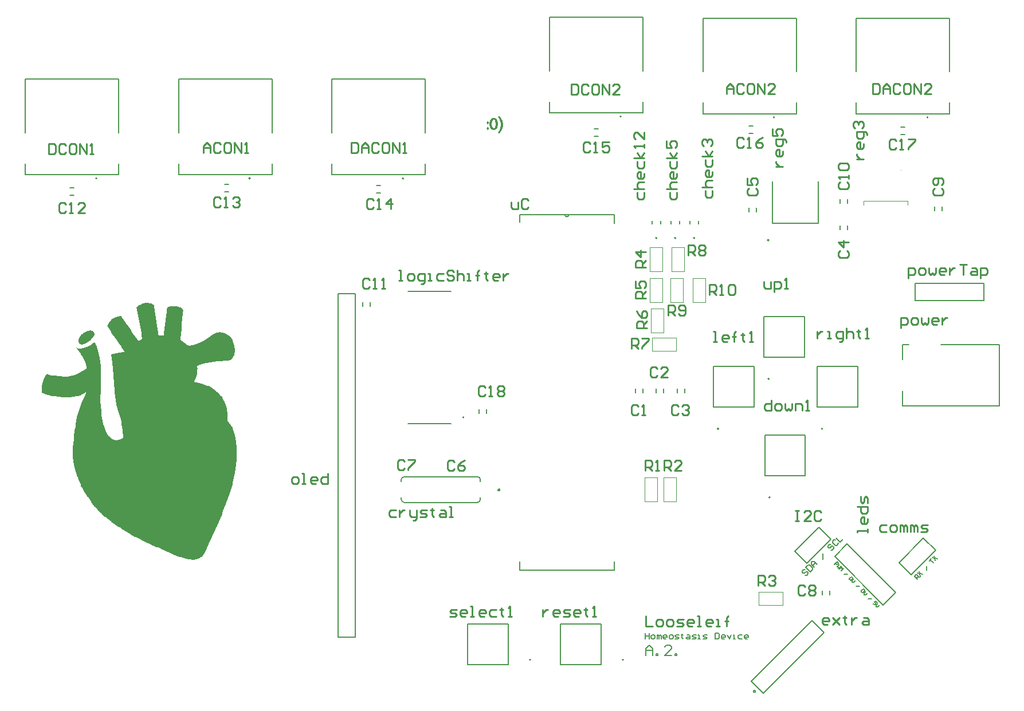
<source format=gto>
G04*
G04 #@! TF.GenerationSoftware,Altium Limited,Altium Designer,22.1.2 (22)*
G04*
G04 Layer_Color=65535*
%FSLAX25Y25*%
%MOIN*%
G70*
G04*
G04 #@! TF.SameCoordinates,DBBF1DAF-B7B8-4F0F-8103-75AA92EAAB8F*
G04*
G04*
G04 #@! TF.FilePolarity,Positive*
G04*
G01*
G75*
%ADD10C,0.00787*%
%ADD11C,0.01575*%
%ADD12C,0.00500*%
%ADD13C,0.00394*%
%ADD14C,0.00600*%
%ADD15C,0.00400*%
%ADD16C,0.00591*%
%ADD17C,0.01000*%
G36*
X104847Y232468D02*
X106424D01*
Y232152D01*
X107055D01*
Y231837D01*
X107685D01*
Y231522D01*
X108001D01*
Y229313D01*
X108316D01*
Y227105D01*
X108632D01*
Y224898D01*
X108947D01*
Y222690D01*
X109263D01*
Y220481D01*
X109578D01*
Y218273D01*
X109894D01*
Y216381D01*
X110209D01*
Y214173D01*
X110524D01*
Y213857D01*
X113679D01*
Y216381D01*
X113994D01*
Y218904D01*
X114310D01*
Y221428D01*
X114625D01*
Y223951D01*
X114940D01*
Y226475D01*
X115256D01*
Y229313D01*
X115571D01*
Y229944D01*
X115887D01*
Y230260D01*
X116833D01*
Y230575D01*
X121564D01*
Y230260D01*
X122511D01*
Y229944D01*
X123457D01*
Y229629D01*
X123773D01*
Y229313D01*
X124403D01*
Y228998D01*
X124719D01*
Y228367D01*
X125034D01*
Y227736D01*
X124719D01*
Y224898D01*
X124403D01*
Y222059D01*
X124088D01*
Y218904D01*
X123773D01*
Y216065D01*
X123457D01*
Y213227D01*
X123142D01*
Y211019D01*
X123457D01*
Y210703D01*
X124088D01*
Y210388D01*
X124719D01*
Y210072D01*
X125034D01*
Y209757D01*
X125350D01*
Y209441D01*
X125980D01*
Y209126D01*
X126296D01*
Y208811D01*
X126611D01*
Y208495D01*
X126927D01*
Y208180D01*
X127558D01*
Y207864D01*
X127873D01*
Y207549D01*
X129135D01*
Y207864D01*
X130081D01*
Y208180D01*
X131027D01*
Y208495D01*
X131974D01*
Y208811D01*
X132920D01*
Y209126D01*
X133551D01*
Y209441D01*
X134497D01*
Y209757D01*
X135128D01*
Y210072D01*
X136074D01*
Y210388D01*
X136705D01*
Y210703D01*
X137336D01*
Y211019D01*
X137651D01*
Y211334D01*
X138282D01*
Y211649D01*
X138598D01*
Y211965D01*
X139228D01*
Y212280D01*
X139544D01*
Y212596D01*
X140175D01*
Y212911D01*
X140490D01*
Y213227D01*
X140806D01*
Y213542D01*
X141437D01*
Y213857D01*
X141752D01*
Y214173D01*
X142067D01*
Y214488D01*
X142698D01*
Y214804D01*
X143329D01*
Y215119D01*
X143960D01*
Y215435D01*
X145537D01*
Y215750D01*
X146483D01*
Y215435D01*
X148376D01*
Y215119D01*
X149322D01*
Y214804D01*
X149953D01*
Y214488D01*
X150269D01*
Y214173D01*
X150899D01*
Y213857D01*
X151215D01*
Y213542D01*
X151530D01*
Y213227D01*
X151846D01*
Y212911D01*
X152161D01*
Y212596D01*
X152477D01*
Y212280D01*
X152792D01*
Y211649D01*
X153107D01*
Y211334D01*
X153423D01*
Y210703D01*
X153738D01*
Y210072D01*
X154054D01*
Y209126D01*
X154369D01*
Y207864D01*
X154685D01*
Y206287D01*
X155000D01*
Y203764D01*
X154685D01*
Y202186D01*
X154369D01*
Y201556D01*
X154054D01*
Y200925D01*
X153738D01*
Y200609D01*
X153423D01*
Y200294D01*
X153107D01*
Y199978D01*
X152792D01*
Y199663D01*
X152477D01*
Y199348D01*
X151530D01*
Y199032D01*
X148061D01*
Y198717D01*
X143644D01*
Y198401D01*
X141437D01*
Y198086D01*
X139544D01*
Y197771D01*
X137651D01*
Y197455D01*
X136390D01*
Y197140D01*
X135128D01*
Y196824D01*
X134182D01*
Y196509D01*
X133551D01*
Y196193D01*
X132920D01*
Y194616D01*
X133235D01*
Y193985D01*
X132920D01*
Y190831D01*
X132605D01*
Y189569D01*
X132289D01*
Y188623D01*
X131974D01*
Y187992D01*
X131658D01*
Y187361D01*
X131343D01*
Y186731D01*
X131658D01*
Y186415D01*
X133235D01*
Y186100D01*
X134497D01*
Y185784D01*
X135759D01*
Y185469D01*
X136705D01*
Y185153D01*
X137651D01*
Y184838D01*
X138282D01*
Y184522D01*
X139228D01*
Y184207D01*
X139859D01*
Y183892D01*
X140490D01*
Y183576D01*
X140806D01*
Y183261D01*
X141437D01*
Y182945D01*
X142067D01*
Y182630D01*
X142383D01*
Y182315D01*
X143014D01*
Y181999D01*
X143329D01*
Y181684D01*
X143644D01*
Y181368D01*
X143960D01*
Y181053D01*
X144275D01*
Y180737D01*
X144906D01*
Y180422D01*
X145222D01*
Y180106D01*
X145537D01*
Y179791D01*
X145852D01*
Y179160D01*
X146168D01*
Y178845D01*
X146483D01*
Y178529D01*
X146799D01*
Y178214D01*
X147114D01*
Y177898D01*
X147430D01*
Y177268D01*
X147745D01*
Y176952D01*
X148061D01*
Y176321D01*
X148376D01*
Y175690D01*
X148691D01*
Y175375D01*
X149007D01*
Y174429D01*
X149322D01*
Y173798D01*
X149638D01*
Y172852D01*
X149953D01*
Y171590D01*
X150269D01*
Y169382D01*
X150584D01*
Y163704D01*
X150899D01*
Y163389D01*
X151215D01*
Y163073D01*
X151530D01*
Y162442D01*
X151846D01*
Y162127D01*
X152161D01*
Y161811D01*
X152477D01*
Y161181D01*
X152792D01*
Y160550D01*
X153107D01*
Y160234D01*
X153423D01*
Y159604D01*
X153738D01*
Y158973D01*
X154054D01*
Y158026D01*
X154369D01*
Y157080D01*
X154685D01*
Y156134D01*
X155000D01*
Y154557D01*
X155315D01*
Y152664D01*
X155631D01*
Y150141D01*
X155946D01*
Y140047D01*
X155631D01*
Y137208D01*
X155315D01*
Y135000D01*
X155000D01*
Y133107D01*
X154685D01*
Y131530D01*
X154369D01*
Y129953D01*
X154054D01*
Y128691D01*
X153738D01*
Y127430D01*
X153423D01*
Y126483D01*
X153107D01*
Y125222D01*
X152792D01*
Y124275D01*
X152477D01*
Y123329D01*
X152161D01*
Y122383D01*
X151846D01*
Y121437D01*
X151530D01*
Y120490D01*
X151215D01*
Y119544D01*
X150899D01*
Y118598D01*
X150584D01*
Y117651D01*
X150269D01*
Y117020D01*
X149953D01*
Y116074D01*
X149638D01*
Y115128D01*
X149322D01*
Y114497D01*
X149007D01*
Y113551D01*
X148691D01*
Y112604D01*
X148376D01*
Y111974D01*
X148061D01*
Y111027D01*
X147745D01*
Y110081D01*
X147430D01*
Y109450D01*
X147114D01*
Y108504D01*
X146799D01*
Y107873D01*
X146483D01*
Y106927D01*
X146168D01*
Y106296D01*
X145852D01*
Y105665D01*
X145537D01*
Y104719D01*
X145222D01*
Y104088D01*
X144906D01*
Y103457D01*
X144591D01*
Y102511D01*
X144275D01*
Y101880D01*
X143960D01*
Y101249D01*
X143644D01*
Y100303D01*
X143329D01*
Y99672D01*
X143014D01*
Y99041D01*
X142698D01*
Y98410D01*
X142383D01*
Y97779D01*
X142067D01*
Y97148D01*
X141752D01*
Y96518D01*
X141437D01*
Y95887D01*
X141121D01*
Y95256D01*
X140806D01*
Y94625D01*
X140490D01*
Y93994D01*
X140175D01*
Y93363D01*
X139859D01*
Y92732D01*
X139544D01*
Y91786D01*
X139228D01*
Y91155D01*
X138913D01*
Y90209D01*
X138598D01*
Y89263D01*
X138282D01*
Y88632D01*
X137967D01*
Y88001D01*
X137651D01*
Y87370D01*
X137336D01*
Y86739D01*
X137021D01*
Y86424D01*
X136705D01*
Y85793D01*
X136390D01*
Y85478D01*
X136074D01*
Y85162D01*
X135759D01*
Y84847D01*
X135443D01*
Y84531D01*
X134812D01*
Y84216D01*
X134497D01*
Y83900D01*
X133866D01*
Y83585D01*
X132920D01*
Y83270D01*
X131658D01*
Y82954D01*
X129450D01*
Y83270D01*
X127242D01*
Y83585D01*
X125980D01*
Y83900D01*
X125034D01*
Y84216D01*
X124088D01*
Y84531D01*
X123142D01*
Y84847D01*
X122195D01*
Y85162D01*
X121249D01*
Y85478D01*
X120618D01*
Y85793D01*
X119672D01*
Y86108D01*
X119041D01*
Y86424D01*
X118095D01*
Y86739D01*
X117464D01*
Y87055D01*
X116833D01*
Y87370D01*
X116202D01*
Y87686D01*
X115256D01*
Y88001D01*
X114625D01*
Y88316D01*
X113994D01*
Y88632D01*
X113363D01*
Y88947D01*
X112417D01*
Y89263D01*
X111786D01*
Y89578D01*
X111155D01*
Y89894D01*
X110524D01*
Y90209D01*
X109578D01*
Y90524D01*
X108947D01*
Y90840D01*
X108316D01*
Y91155D01*
X107685D01*
Y91471D01*
X106739D01*
Y91786D01*
X106108D01*
Y92102D01*
X105477D01*
Y92417D01*
X104847D01*
Y92732D01*
X103900D01*
Y93048D01*
X103270D01*
Y93363D01*
X102639D01*
Y93679D01*
X102008D01*
Y93994D01*
X101377D01*
Y94310D01*
X100746D01*
Y94625D01*
X100115D01*
Y94940D01*
X99484D01*
Y95256D01*
X98853D01*
Y95571D01*
X98223D01*
Y95887D01*
X97592D01*
Y96202D01*
X96961D01*
Y96518D01*
X96330D01*
Y96833D01*
X96015D01*
Y97148D01*
X95384D01*
Y97464D01*
X94753D01*
Y97779D01*
X94122D01*
Y98095D01*
X93807D01*
Y98410D01*
X93176D01*
Y98726D01*
X92545D01*
Y99041D01*
X92229D01*
Y99356D01*
X91599D01*
Y99672D01*
X90968D01*
Y99987D01*
X90652D01*
Y100303D01*
X90022D01*
Y100618D01*
X89391D01*
Y100934D01*
X89075D01*
Y101249D01*
X88444D01*
Y101565D01*
X88129D01*
Y101880D01*
X87498D01*
Y102195D01*
X87183D01*
Y102511D01*
X86552D01*
Y102826D01*
X86236D01*
Y103142D01*
X85606D01*
Y103457D01*
X85290D01*
Y103772D01*
X84975D01*
Y104088D01*
X84344D01*
Y104403D01*
X84028D01*
Y104719D01*
X83398D01*
Y105034D01*
X83082D01*
Y105350D01*
X82767D01*
Y105665D01*
X82136D01*
Y105981D01*
X81820D01*
Y106296D01*
X81505D01*
Y106611D01*
X80874D01*
Y106927D01*
X80559D01*
Y107242D01*
X80243D01*
Y107558D01*
X79928D01*
Y107873D01*
X79612D01*
Y108188D01*
X78981D01*
Y108504D01*
X78666D01*
Y108819D01*
X78351D01*
Y109135D01*
X78035D01*
Y109450D01*
X77720D01*
Y109766D01*
X77404D01*
Y110081D01*
X77089D01*
Y110397D01*
X76458D01*
Y110712D01*
X76143D01*
Y111027D01*
X75827D01*
Y111343D01*
X75512D01*
Y111658D01*
X75196D01*
Y111974D01*
X74881D01*
Y112604D01*
X74565D01*
Y112920D01*
X74250D01*
Y113235D01*
X73935D01*
Y113551D01*
X73619D01*
Y113866D01*
X73304D01*
Y114182D01*
X72988D01*
Y114813D01*
X72673D01*
Y115128D01*
X72357D01*
Y115443D01*
X72042D01*
Y116074D01*
X71727D01*
Y116390D01*
X71411D01*
Y116705D01*
X71096D01*
Y117336D01*
X70780D01*
Y117651D01*
X70465D01*
Y118282D01*
X70149D01*
Y118598D01*
X69834D01*
Y119228D01*
X69519D01*
Y119544D01*
X69203D01*
Y119859D01*
X68888D01*
Y120490D01*
X68572D01*
Y121121D01*
X68257D01*
Y121437D01*
X67941D01*
Y122067D01*
X67626D01*
Y122383D01*
X67311D01*
Y123014D01*
X66995D01*
Y123644D01*
X66680D01*
Y124275D01*
X66364D01*
Y124906D01*
X66049D01*
Y125222D01*
X65733D01*
Y125853D01*
X65418D01*
Y126483D01*
X65102D01*
Y127430D01*
X64787D01*
Y128060D01*
X64472D01*
Y128691D01*
X64156D01*
Y129322D01*
X63841D01*
Y130269D01*
X63525D01*
Y131215D01*
X63210D01*
Y131846D01*
X62894D01*
Y133107D01*
X62579D01*
Y134054D01*
X62264D01*
Y135000D01*
X61948D01*
Y136262D01*
X61633D01*
Y137839D01*
X61317D01*
Y139416D01*
X61002D01*
Y141624D01*
X60686D01*
Y149825D01*
X61002D01*
Y152033D01*
X61317D01*
Y156765D01*
X61633D01*
Y158973D01*
X61948D01*
Y159919D01*
X62264D01*
Y163073D01*
X62579D01*
Y164966D01*
X62894D01*
Y166543D01*
X63210D01*
Y167805D01*
X63525D01*
Y168751D01*
X63841D01*
Y169697D01*
X64156D01*
Y170644D01*
X64472D01*
Y171590D01*
X64787D01*
Y172536D01*
X65102D01*
Y173167D01*
X65418D01*
Y173798D01*
X65733D01*
Y174744D01*
X66049D01*
Y175375D01*
X66364D01*
Y176006D01*
X66680D01*
Y176637D01*
X66995D01*
Y177268D01*
X67311D01*
Y177898D01*
X67626D01*
Y178845D01*
X67941D01*
Y179791D01*
X68257D01*
Y180737D01*
X67941D01*
Y180422D01*
X67626D01*
Y180106D01*
X66995D01*
Y179791D01*
X66364D01*
Y179476D01*
X65733D01*
Y179160D01*
X65102D01*
Y178845D01*
X64156D01*
Y178529D01*
X63210D01*
Y178214D01*
X61948D01*
Y177898D01*
X60056D01*
Y177583D01*
X53747D01*
Y177898D01*
X51224D01*
Y178214D01*
X49331D01*
Y178529D01*
X48069D01*
Y178845D01*
X46808D01*
Y179160D01*
X45546D01*
Y179476D01*
X44600D01*
Y179791D01*
X43969D01*
Y180106D01*
X43023D01*
Y180422D01*
X42707D01*
Y185153D01*
X43023D01*
Y186415D01*
X43338D01*
Y187361D01*
X43653D01*
Y188308D01*
X43969D01*
Y188938D01*
X44284D01*
Y189569D01*
X44600D01*
Y190200D01*
X44915D01*
Y190831D01*
X45230D01*
Y191147D01*
X45546D01*
Y191462D01*
X45861D01*
Y191147D01*
X46492D01*
Y190831D01*
X47754D01*
Y190516D01*
X49331D01*
Y190200D01*
X51224D01*
Y189885D01*
X54378D01*
Y189569D01*
X58163D01*
Y189885D01*
X59425D01*
Y190200D01*
X60371D01*
Y190516D01*
X61317D01*
Y190831D01*
X62264D01*
Y191147D01*
X62894D01*
Y191462D01*
X63525D01*
Y191777D01*
X64156D01*
Y192093D01*
X64787D01*
Y192408D01*
X65418D01*
Y192724D01*
X66049D01*
Y193039D01*
X66680D01*
Y193354D01*
X67311D01*
Y193670D01*
X67626D01*
Y193985D01*
X68257D01*
Y194301D01*
X68572D01*
Y196193D01*
X68257D01*
Y197455D01*
X67941D01*
Y198401D01*
X67626D01*
Y199032D01*
X67311D01*
Y199663D01*
X66995D01*
Y200294D01*
X66680D01*
Y200925D01*
X66364D01*
Y201556D01*
X66049D01*
Y201871D01*
X65733D01*
Y202502D01*
X65418D01*
Y202817D01*
X65102D01*
Y203448D01*
X64787D01*
Y203764D01*
X64472D01*
Y204079D01*
X64156D01*
Y204710D01*
X63841D01*
Y205025D01*
X63525D01*
Y205341D01*
X63210D01*
Y205972D01*
X62894D01*
Y206287D01*
X62579D01*
Y206603D01*
X62894D01*
Y206287D01*
X63525D01*
Y205972D01*
X66049D01*
Y206287D01*
X67311D01*
Y206603D01*
X68257D01*
Y206918D01*
X69203D01*
Y207233D01*
X69834D01*
Y207549D01*
X70465D01*
Y207864D01*
X70780D01*
Y208180D01*
X71411D01*
Y208495D01*
X71727D01*
Y208811D01*
X72042D01*
Y209126D01*
X72357D01*
Y209441D01*
X72988D01*
Y209757D01*
X73304D01*
Y209441D01*
X73619D01*
Y209126D01*
X73935D01*
Y208180D01*
X74250D01*
Y207549D01*
X74565D01*
Y206287D01*
X74881D01*
Y205341D01*
X75196D01*
Y204079D01*
X75512D01*
Y202817D01*
X75827D01*
Y201240D01*
X76143D01*
Y199348D01*
X76458D01*
Y197140D01*
X76773D01*
Y179476D01*
X76458D01*
Y174113D01*
X76773D01*
Y170959D01*
X77089D01*
Y168120D01*
X77404D01*
Y166227D01*
X77720D01*
Y164650D01*
X78035D01*
Y163073D01*
X78351D01*
Y161811D01*
X78666D01*
Y160865D01*
X78981D01*
Y159919D01*
X79297D01*
Y158973D01*
X79612D01*
Y158026D01*
X79928D01*
Y157396D01*
X80243D01*
Y156765D01*
X80559D01*
Y156134D01*
X80874D01*
Y155818D01*
X81190D01*
Y155187D01*
X81505D01*
Y154872D01*
X81820D01*
Y154557D01*
X82136D01*
Y154241D01*
X82451D01*
Y153926D01*
X82767D01*
Y153610D01*
X83398D01*
Y153295D01*
X84028D01*
Y152980D01*
X84975D01*
Y152664D01*
X86867D01*
Y152980D01*
X88129D01*
Y153295D01*
X88760D01*
Y153610D01*
X89706D01*
Y153926D01*
X90022D01*
Y156449D01*
X89706D01*
Y159288D01*
X89391D01*
Y161181D01*
X89075D01*
Y162758D01*
X88760D01*
Y164020D01*
X88444D01*
Y165281D01*
X88129D01*
Y166227D01*
X87814D01*
Y167489D01*
X87498D01*
Y168436D01*
X87183D01*
Y169382D01*
X86867D01*
Y170328D01*
X86552D01*
Y171590D01*
X86236D01*
Y172852D01*
X85921D01*
Y174744D01*
X85606D01*
Y176952D01*
X85290D01*
Y179476D01*
X84975D01*
Y183576D01*
X84659D01*
Y187992D01*
X84344D01*
Y192408D01*
X84028D01*
Y196193D01*
X83713D01*
Y199032D01*
X83398D01*
Y201240D01*
X83082D01*
Y202817D01*
X83713D01*
Y203133D01*
X85290D01*
Y203448D01*
X86867D01*
Y203764D01*
X89075D01*
Y204079D01*
X90652D01*
Y204710D01*
X90337D01*
Y205025D01*
X90022D01*
Y205656D01*
X89706D01*
Y205972D01*
X89391D01*
Y206287D01*
X89075D01*
Y206918D01*
X88760D01*
Y207233D01*
X88444D01*
Y207864D01*
X88129D01*
Y208180D01*
X87814D01*
Y208811D01*
X87498D01*
Y209126D01*
X87183D01*
Y209757D01*
X86867D01*
Y210072D01*
X86552D01*
Y210703D01*
X86236D01*
Y211019D01*
X85921D01*
Y211649D01*
X85606D01*
Y211965D01*
X85290D01*
Y212280D01*
X84975D01*
Y212911D01*
X84659D01*
Y213227D01*
X84344D01*
Y213857D01*
X84028D01*
Y214173D01*
X83713D01*
Y214804D01*
X83398D01*
Y215119D01*
X83082D01*
Y215750D01*
X82767D01*
Y216065D01*
X82451D01*
Y216696D01*
X82136D01*
Y217012D01*
X81820D01*
Y217643D01*
X81505D01*
Y217958D01*
X81190D01*
Y218589D01*
X80874D01*
Y218904D01*
X80559D01*
Y219220D01*
X80874D01*
Y220166D01*
X81190D01*
Y220797D01*
X81505D01*
Y221428D01*
X81820D01*
Y221743D01*
X82136D01*
Y222059D01*
X82451D01*
Y222374D01*
X82767D01*
Y222690D01*
X83082D01*
Y223005D01*
X83398D01*
Y223320D01*
X84028D01*
Y223636D01*
X84659D01*
Y223951D01*
X85290D01*
Y224267D01*
X86236D01*
Y224582D01*
X87498D01*
Y224898D01*
X88760D01*
Y224582D01*
X89075D01*
Y224267D01*
X89391D01*
Y223636D01*
X89706D01*
Y223320D01*
X90022D01*
Y223005D01*
X90337D01*
Y222374D01*
X90652D01*
Y222059D01*
X90968D01*
Y221428D01*
X91283D01*
Y221112D01*
X91599D01*
Y220481D01*
X91914D01*
Y220166D01*
X92229D01*
Y219535D01*
X92545D01*
Y219220D01*
X92860D01*
Y218589D01*
X93176D01*
Y218273D01*
X93491D01*
Y217958D01*
X93807D01*
Y217327D01*
X94122D01*
Y217012D01*
X94437D01*
Y216381D01*
X94753D01*
Y216065D01*
X95068D01*
Y215435D01*
X95384D01*
Y215119D01*
X95699D01*
Y214488D01*
X96015D01*
Y214173D01*
X96330D01*
Y213542D01*
X96645D01*
Y213227D01*
X96961D01*
Y212596D01*
X97276D01*
Y212280D01*
X97592D01*
Y211965D01*
X97907D01*
Y211334D01*
X98223D01*
Y211019D01*
X98538D01*
Y210703D01*
X99484D01*
Y211019D01*
X100115D01*
Y211334D01*
X100746D01*
Y211649D01*
X101061D01*
Y212596D01*
X100746D01*
Y214173D01*
X100431D01*
Y216065D01*
X100115D01*
Y217643D01*
X99800D01*
Y219220D01*
X99484D01*
Y221112D01*
X99169D01*
Y222690D01*
X98853D01*
Y224267D01*
X98538D01*
Y226159D01*
X98223D01*
Y227736D01*
X97907D01*
Y229313D01*
X97592D01*
Y229944D01*
X97907D01*
Y230260D01*
X98223D01*
Y230575D01*
X98538D01*
Y230891D01*
X98853D01*
Y231206D01*
X99484D01*
Y231522D01*
X99800D01*
Y231837D01*
X100431D01*
Y232152D01*
X101061D01*
Y232468D01*
X102323D01*
Y232783D01*
X104847D01*
Y232468D01*
D02*
G37*
G36*
X71411Y216381D02*
X72357D01*
Y216065D01*
X72673D01*
Y215750D01*
X72988D01*
Y215119D01*
X73304D01*
Y213857D01*
X72988D01*
Y213227D01*
X72673D01*
Y212596D01*
X72357D01*
Y212280D01*
X72042D01*
Y211965D01*
X71727D01*
Y211649D01*
X71411D01*
Y211334D01*
X71096D01*
Y211019D01*
X70780D01*
Y210703D01*
X70149D01*
Y210388D01*
X69834D01*
Y210072D01*
X69203D01*
Y209757D01*
X68888D01*
Y209441D01*
X68257D01*
Y209126D01*
X67626D01*
Y208811D01*
X66680D01*
Y208495D01*
X65102D01*
Y208811D01*
X64472D01*
Y209126D01*
X64156D01*
Y209757D01*
X63841D01*
Y211649D01*
X64156D01*
Y212280D01*
X64472D01*
Y212911D01*
X64787D01*
Y213227D01*
X65102D01*
Y213857D01*
X65418D01*
Y214173D01*
X65733D01*
Y214488D01*
X66364D01*
Y214804D01*
X66680D01*
Y215119D01*
X66995D01*
Y215435D01*
X67626D01*
Y215750D01*
X68257D01*
Y216065D01*
X68888D01*
Y216381D01*
X70149D01*
Y216696D01*
X71411D01*
Y216381D01*
D02*
G37*
D10*
X400394Y270445D02*
G03*
X400394Y270445I-394J0D01*
G01*
X422394D02*
G03*
X422394Y270445I-394J0D01*
G01*
X411394D02*
G03*
X411394Y270445I-394J0D01*
G01*
X163830Y305177D02*
G03*
X163830Y305177I-394J0D01*
G01*
X253092D02*
G03*
X253092Y305177I-394J0D01*
G01*
X465612Y269244D02*
G03*
X465612Y269244I-557J0D01*
G01*
X74567Y305177D02*
G03*
X74567Y305177I-394J0D01*
G01*
X558092Y340677D02*
G03*
X558092Y340677I-394J0D01*
G01*
X468830D02*
G03*
X468830Y340677I-394J0D01*
G01*
X379567Y341177D02*
G03*
X379567Y341177I-394J0D01*
G01*
X465739Y188394D02*
G03*
X465739Y188394I-394J0D01*
G01*
X436339Y159394D02*
G03*
X436339Y159394I-394J0D01*
G01*
X496839D02*
G03*
X496839Y159394I-394J0D01*
G01*
X288216Y166000D02*
G03*
X288216Y166000I-394J0D01*
G01*
X466239Y119394D02*
G03*
X466239Y119394I-394J0D01*
G01*
X381000Y24945D02*
G03*
X381000Y24945I-394J0D01*
G01*
X327000D02*
G03*
X327000Y24945I-394J0D01*
G01*
X503787Y85142D02*
X510858Y92213D01*
X539142Y63929D01*
X503787Y85142D02*
X532071Y56858D01*
X539142Y63929D01*
X490642Y47713D02*
X497713Y40642D01*
X462358Y5287D02*
X497713Y40642D01*
X455287Y12358D02*
X490642Y47713D01*
X455287Y12358D02*
X462358Y5287D01*
X494601Y102142D02*
X501672Y95071D01*
X487530Y80929D02*
X501672Y95071D01*
X480459Y88000D02*
X487530Y80929D01*
X480459Y88000D02*
X494601Y102142D01*
X215000Y38000D02*
X225000D01*
X215000D02*
Y238000D01*
X225000D01*
Y230500D02*
Y238000D01*
Y38000D02*
Y230500D01*
X122097Y331831D02*
Y362972D01*
Y307224D02*
Y313760D01*
X176428Y331831D02*
Y362972D01*
Y307224D02*
Y313760D01*
X122097Y362972D02*
X176428D01*
X122097Y307224D02*
X176428D01*
X211360Y331831D02*
Y362972D01*
Y307224D02*
Y313760D01*
X265691Y331831D02*
Y362972D01*
Y307224D02*
Y313760D01*
X211360Y362972D02*
X265691D01*
X211360Y307224D02*
X265691D01*
X590500Y234000D02*
Y244000D01*
X550500Y234000D02*
X590500D01*
X550500Y244000D02*
X590500D01*
X550500Y234000D02*
Y244000D01*
X555399Y95642D02*
X562470Y88571D01*
X548328Y74429D02*
X562470Y88571D01*
X541257Y81500D02*
X548328Y74429D01*
X541257Y81500D02*
X555399Y95642D01*
X32835Y307224D02*
X87165D01*
X32835Y362972D02*
X87165D01*
Y307224D02*
Y313760D01*
Y331831D02*
Y362972D01*
X32835Y307224D02*
Y313760D01*
Y331831D02*
Y362972D01*
X516360Y342724D02*
X570691D01*
X516360Y398472D02*
X570691D01*
Y342724D02*
Y349260D01*
Y367331D02*
Y398472D01*
X516360Y342724D02*
Y349260D01*
Y367331D02*
Y398472D01*
X427097Y342724D02*
X481428D01*
X427097Y398472D02*
X481428D01*
Y342724D02*
Y349260D01*
Y367331D02*
Y398472D01*
X427097Y342724D02*
Y349260D01*
Y367331D02*
Y398472D01*
X337835Y343224D02*
X392165D01*
X337835Y398972D02*
X392165D01*
Y343224D02*
Y349760D01*
Y367831D02*
Y398972D01*
X337835Y343224D02*
Y349760D01*
Y367831D02*
Y398972D01*
D11*
X308559Y123803D02*
G03*
X308559Y123803I-197J0D01*
G01*
D12*
X295961Y116520D02*
G03*
X297732Y118291I0J1772D01*
G01*
X253441Y131480D02*
G03*
X251669Y129709I0J-1772D01*
G01*
Y118291D02*
G03*
X253441Y116520I1772J0D01*
G01*
X297732Y129709D02*
G03*
X295961Y131480I-1772J0D01*
G01*
X397539Y278594D02*
Y280406D01*
X402461Y278594D02*
Y280406D01*
X419539Y278594D02*
Y280406D01*
X424461Y278594D02*
Y280406D01*
X408539Y278594D02*
Y280406D01*
X413461Y278594D02*
Y280406D01*
X253441Y116520D02*
X295961D01*
X251669Y118291D02*
Y119276D01*
Y128724D02*
Y129709D01*
X253441Y131480D02*
X295961D01*
X297732Y128724D02*
Y129709D01*
Y118291D02*
Y119276D01*
X467752Y278890D02*
Y303378D01*
Y278890D02*
X494248D01*
Y303378D01*
X462589Y201189D02*
Y224811D01*
Y201189D02*
X486211D01*
Y224811D01*
X462589D02*
X486211D01*
X433189Y172189D02*
Y195811D01*
Y172189D02*
X456811D01*
Y195811D01*
X433189D02*
X456811D01*
X493689Y172189D02*
Y195811D01*
Y172189D02*
X517311D01*
Y195811D01*
X493689D02*
X517311D01*
X255500Y162516D02*
X280500D01*
X255500Y239484D02*
X280500D01*
X463089Y132189D02*
Y155811D01*
Y132189D02*
X486711D01*
Y155811D01*
X463089D02*
X486711D01*
X344189Y22189D02*
X367811D01*
Y45811D01*
X344189D02*
X367811D01*
X344189Y22189D02*
Y45811D01*
X290189Y22189D02*
X313811D01*
Y45811D01*
X290189D02*
X313811D01*
X290189Y22189D02*
Y45811D01*
X543228Y172783D02*
X599528D01*
X543228D02*
Y181445D01*
Y199555D02*
Y208217D01*
X546772D01*
X565669D02*
X599528D01*
Y172783D02*
Y208217D01*
X456500Y6000D02*
Y7000D01*
X457500D01*
Y6000D01*
X456500D01*
X551984Y71707D02*
X550176Y73432D01*
X551039Y74336D01*
X551627Y74350D01*
X552230Y73775D01*
X552244Y73186D01*
X551381Y72282D01*
X551956Y72885D02*
X553134Y72912D01*
X551901Y75240D02*
X554860Y74720D01*
X553052Y76446D02*
X553709Y73515D01*
X557161Y77130D02*
X557106Y79486D01*
X558804Y82472D02*
X559954Y83677D01*
X559379Y83074D01*
X561187Y81349D01*
X560530Y84279D02*
X563488Y83759D01*
X561680Y85485D02*
X562337Y82554D01*
X503707Y80492D02*
X505137Y81889D01*
X505836Y81174D01*
X505830Y80703D01*
X505354Y80237D01*
X504882Y80243D01*
X504184Y80958D01*
X506534Y80459D02*
X505104Y79062D01*
X506047Y79051D01*
X506036Y78109D01*
X507466Y79506D01*
X506502Y77632D02*
X507932Y79030D01*
X507921Y78087D01*
X508863Y78076D01*
X507434Y76679D01*
X509297Y74772D02*
X511182Y74751D01*
X513283Y73077D02*
X513754Y73071D01*
X514220Y72595D01*
X514215Y72124D01*
X513262Y71192D01*
X512790Y71197D01*
X512324Y71674D01*
X512330Y72145D01*
X513283Y73077D01*
X514919Y71880D02*
X513966Y70948D01*
X513955Y70006D01*
X514897Y69995D01*
X515850Y70927D01*
X516284Y67623D02*
X518169Y67601D01*
X520270Y65927D02*
X520741Y65922D01*
X521207Y65445D01*
X521202Y64974D01*
X520249Y64043D01*
X519777Y64048D01*
X519312Y64525D01*
X519317Y64996D01*
X520270Y65927D01*
X521906Y64730D02*
X520953Y63799D01*
X520942Y62856D01*
X521884Y62845D01*
X522837Y63777D01*
X523271Y60473D02*
X525156Y60452D01*
X528427Y58057D02*
X527496Y59011D01*
X526781Y58312D01*
X527485Y58068D01*
X527718Y57830D01*
X527712Y57359D01*
X527236Y56893D01*
X526764Y56898D01*
X526299Y57375D01*
X526304Y57846D01*
X528893Y57581D02*
X527940Y56649D01*
X527929Y55707D01*
X528871Y55696D01*
X529825Y56628D01*
X486632Y77422D02*
X485808Y77430D01*
X484975Y76614D01*
X484966Y75789D01*
X485374Y75373D01*
X486199Y75365D01*
X487032Y76181D01*
X487857Y76173D01*
X488265Y75756D01*
X488257Y74932D01*
X487424Y74115D01*
X486599Y74124D01*
X487057Y78655D02*
X489506Y76156D01*
X490756Y77381D01*
X490764Y78205D01*
X489131Y79871D01*
X488307Y79879D01*
X487057Y78655D01*
X492005Y78605D02*
X490372Y80271D01*
X490389Y81920D01*
X492038Y81904D01*
X493671Y80238D01*
X492447Y81487D01*
X490780Y79854D01*
X497003Y83503D02*
X497036Y86801D01*
X501626Y92116D02*
X500801Y92124D01*
X499968Y91308D01*
X499960Y90483D01*
X500368Y90067D01*
X501193Y90058D01*
X502026Y90875D01*
X502850Y90866D01*
X503259Y90450D01*
X503250Y89625D01*
X502417Y88809D01*
X501593Y88817D01*
X504125Y94565D02*
X503300Y94573D01*
X502467Y93757D01*
X502459Y92932D01*
X504092Y91266D01*
X504916Y91258D01*
X505749Y92074D01*
X505758Y92899D01*
X504550Y95798D02*
X506999Y93299D01*
X508665Y94931D01*
X394000Y27500D02*
Y31499D01*
X395999Y33498D01*
X397999Y31499D01*
Y27500D01*
Y30499D01*
X394000D01*
X399998Y27500D02*
Y28500D01*
X400998D01*
Y27500D01*
X399998D01*
X408995D02*
X404996D01*
X408995Y31499D01*
Y32498D01*
X407996Y33498D01*
X405996D01*
X404996Y32498D01*
X410994Y27500D02*
Y28500D01*
X411994D01*
Y27500D01*
X410994D01*
X393500Y40499D02*
Y37000D01*
Y38749D01*
X395833D01*
Y40499D01*
Y37000D01*
X397582D02*
X398748D01*
X399331Y37583D01*
Y38749D01*
X398748Y39333D01*
X397582D01*
X396999Y38749D01*
Y37583D01*
X397582Y37000D01*
X400498D02*
Y39333D01*
X401081D01*
X401664Y38749D01*
Y37000D01*
Y38749D01*
X402247Y39333D01*
X402830Y38749D01*
Y37000D01*
X405746D02*
X404580D01*
X403997Y37583D01*
Y38749D01*
X404580Y39333D01*
X405746D01*
X406329Y38749D01*
Y38166D01*
X403997D01*
X408079Y37000D02*
X409245D01*
X409828Y37583D01*
Y38749D01*
X409245Y39333D01*
X408079D01*
X407495Y38749D01*
Y37583D01*
X408079Y37000D01*
X410994D02*
X412744D01*
X413327Y37583D01*
X412744Y38166D01*
X411578D01*
X410994Y38749D01*
X411578Y39333D01*
X413327D01*
X415076Y39916D02*
Y39333D01*
X414493D01*
X415660D01*
X415076D01*
Y37583D01*
X415660Y37000D01*
X417992Y39333D02*
X419158D01*
X419741Y38749D01*
Y37000D01*
X417992D01*
X417409Y37583D01*
X417992Y38166D01*
X419741D01*
X420908Y37000D02*
X422657D01*
X423240Y37583D01*
X422657Y38166D01*
X421491D01*
X420908Y38749D01*
X421491Y39333D01*
X423240D01*
X424407Y37000D02*
X425573D01*
X424990D01*
Y39333D01*
X424407D01*
X427322Y37000D02*
X429072D01*
X429655Y37583D01*
X429072Y38166D01*
X427906D01*
X427322Y38749D01*
X427906Y39333D01*
X429655D01*
X434320Y40499D02*
Y37000D01*
X436070D01*
X436653Y37583D01*
Y39916D01*
X436070Y40499D01*
X434320D01*
X439568Y37000D02*
X438402D01*
X437819Y37583D01*
Y38749D01*
X438402Y39333D01*
X439568D01*
X440152Y38749D01*
Y38166D01*
X437819D01*
X441318Y39333D02*
X442484Y37000D01*
X443650Y39333D01*
X444817Y37000D02*
X445983D01*
X445400D01*
Y39333D01*
X444817D01*
X450065D02*
X448316D01*
X447732Y38749D01*
Y37583D01*
X448316Y37000D01*
X450065D01*
X452981D02*
X451815D01*
X451231Y37583D01*
Y38749D01*
X451815Y39333D01*
X452981D01*
X453564Y38749D01*
Y38166D01*
X451231D01*
D13*
X542555Y309768D02*
G03*
X542161Y309768I-197J0D01*
G01*
D02*
G03*
X542555Y309768I197J0D01*
G01*
X520705Y289689D02*
Y292051D01*
X546295D01*
Y289689D02*
Y292051D01*
D14*
X346800Y284000D02*
G03*
X349200Y284000I1200J0D01*
G01*
X320500Y77000D02*
Y82100D01*
Y279800D02*
Y284000D01*
X346800D01*
X349200D01*
X375500D01*
Y77000D02*
Y82100D01*
X320500Y77000D02*
X375500D01*
Y278900D02*
Y284000D01*
D15*
X421300Y233000D02*
Y247000D01*
Y233000D02*
X428700D01*
Y247000D01*
X421300D02*
X428700D01*
X408300Y233000D02*
Y247000D01*
Y233000D02*
X415700D01*
Y247000D01*
X408300D02*
X415700D01*
X408800Y251000D02*
Y265000D01*
Y251000D02*
X416200D01*
Y265000D01*
X408800D02*
X416200D01*
X397500Y204800D02*
X411500D01*
Y212200D01*
X397500D02*
X411500D01*
X397500Y204800D02*
Y212200D01*
X396800Y215500D02*
Y229500D01*
Y215500D02*
X404200D01*
Y229500D01*
X396800D02*
X404200D01*
X396300Y233000D02*
Y247000D01*
Y233000D02*
X403700D01*
Y247000D01*
X396300D02*
X403700D01*
X396300Y251000D02*
Y265000D01*
Y251000D02*
X403700D01*
Y265000D01*
X396300D02*
X403700D01*
X411700Y117000D02*
Y131000D01*
X404300D02*
X411700D01*
X404300Y117000D02*
Y131000D01*
Y117000D02*
X411700D01*
X400700D02*
Y131000D01*
X393300D02*
X400700D01*
X393300Y117000D02*
Y131000D01*
Y117000D02*
X400700D01*
X459500Y64200D02*
X473500D01*
X459500Y56800D02*
Y64200D01*
Y56800D02*
X473500D01*
Y64200D01*
D16*
X296835Y168319D02*
Y170681D01*
X301165Y168319D02*
Y170681D01*
X416665Y180319D02*
Y182681D01*
X412335Y180319D02*
Y182681D01*
X404165Y180319D02*
Y182681D01*
X399835Y180319D02*
Y182681D01*
X392165Y180319D02*
Y182681D01*
X387835Y180319D02*
Y182681D01*
X458165Y285819D02*
Y288181D01*
X453835Y285819D02*
Y288181D01*
X566165Y286319D02*
Y288681D01*
X561835Y286319D02*
Y288681D01*
X506835Y275319D02*
Y277681D01*
X511165Y275319D02*
Y277681D01*
Y290819D02*
Y293181D01*
X506835Y290819D02*
Y293181D01*
X542319Y335165D02*
X544681D01*
X542319Y330835D02*
X544681D01*
X453819Y335665D02*
X456181D01*
X453819Y331335D02*
X456181D01*
X363819Y334165D02*
X366181D01*
X363819Y329835D02*
X366181D01*
X237319Y301165D02*
X239681D01*
X237319Y296835D02*
X239681D01*
X58819Y299665D02*
X61181D01*
X58819Y295335D02*
X61181D01*
X148819Y301665D02*
X151181D01*
X148819Y297335D02*
X151181D01*
X496619Y62748D02*
Y65110D01*
X500950Y62748D02*
Y65110D01*
X229335Y230819D02*
Y233181D01*
X233665Y230819D02*
Y233181D01*
D17*
X522999Y99003D02*
Y101003D01*
Y100003D01*
X517001D01*
Y99003D01*
X522999Y107001D02*
Y105001D01*
X521999Y104002D01*
X520000D01*
X519000Y105001D01*
Y107001D01*
X520000Y108001D01*
X521000D01*
Y104002D01*
X517001Y113999D02*
X522999D01*
Y111000D01*
X521999Y110000D01*
X520000D01*
X519000Y111000D01*
Y113999D01*
X522999Y115998D02*
Y118997D01*
X521999Y119997D01*
X521000Y118997D01*
Y116998D01*
X520000Y115998D01*
X519000Y116998D01*
Y119997D01*
X499503Y45501D02*
X497504D01*
X496504Y46501D01*
Y48500D01*
X497504Y49499D01*
X499503D01*
X500503Y48500D01*
Y47500D01*
X496504D01*
X502502Y49499D02*
X506501Y45501D01*
X504502Y47500D01*
X506501Y49499D01*
X502502Y45501D01*
X509500Y50499D02*
Y49499D01*
X508500D01*
X510500D01*
X509500D01*
Y46501D01*
X510500Y45501D01*
X513499Y49499D02*
Y45501D01*
Y47500D01*
X514499Y48500D01*
X515498Y49499D01*
X516498D01*
X520497D02*
X522496D01*
X523496Y48500D01*
Y45501D01*
X520497D01*
X519497Y46501D01*
X520497Y47500D01*
X523496D01*
X480900Y111698D02*
X482899D01*
X481900D01*
Y105700D01*
X480900D01*
X482899D01*
X489897D02*
X485898D01*
X489897Y109699D01*
Y110698D01*
X488897Y111698D01*
X486898D01*
X485898Y110698D01*
X495895D02*
X494896Y111698D01*
X492896D01*
X491896Y110698D01*
Y106700D01*
X492896Y105700D01*
X494896D01*
X495895Y106700D01*
X189003Y127501D02*
X191002D01*
X192002Y128501D01*
Y130500D01*
X191002Y131500D01*
X189003D01*
X188003Y130500D01*
Y128501D01*
X189003Y127501D01*
X194001D02*
X196001D01*
X195001D01*
Y133499D01*
X194001D01*
X201999Y127501D02*
X199999D01*
X199000Y128501D01*
Y130500D01*
X199999Y131500D01*
X201999D01*
X202999Y130500D01*
Y129500D01*
X199000D01*
X208997Y133499D02*
Y127501D01*
X205998D01*
X204998Y128501D01*
Y130500D01*
X205998Y131500D01*
X208997D01*
X394000Y50498D02*
Y44500D01*
X397999D01*
X400998D02*
X402997D01*
X403997Y45500D01*
Y47499D01*
X402997Y48499D01*
X400998D01*
X399998Y47499D01*
Y45500D01*
X400998Y44500D01*
X406996D02*
X408995D01*
X409995Y45500D01*
Y47499D01*
X408995Y48499D01*
X406996D01*
X405996Y47499D01*
Y45500D01*
X406996Y44500D01*
X411994D02*
X414993D01*
X415993Y45500D01*
X414993Y46499D01*
X412994D01*
X411994Y47499D01*
X412994Y48499D01*
X415993D01*
X420991Y44500D02*
X418992D01*
X417992Y45500D01*
Y47499D01*
X418992Y48499D01*
X420991D01*
X421991Y47499D01*
Y46499D01*
X417992D01*
X423990Y44500D02*
X425990D01*
X424990D01*
Y50498D01*
X423990D01*
X431988Y44500D02*
X429988D01*
X428989Y45500D01*
Y47499D01*
X429988Y48499D01*
X431988D01*
X432987Y47499D01*
Y46499D01*
X428989D01*
X434987Y44500D02*
X436986D01*
X435986D01*
Y48499D01*
X434987D01*
X440985Y44500D02*
Y49498D01*
Y47499D01*
X439985D01*
X441985D01*
X440985D01*
Y49498D01*
X441985Y50498D01*
X301786Y337999D02*
X301500Y337713D01*
X301786Y337427D01*
X302071Y337713D01*
X301786Y337999D01*
Y334571D02*
X301500Y334285D01*
X301786Y334000D01*
X302071Y334285D01*
X301786Y334571D01*
X305013Y339998D02*
X304157Y339713D01*
X303585Y338856D01*
X303300Y337427D01*
Y336570D01*
X303585Y335142D01*
X304157Y334285D01*
X305013Y334000D01*
X305585D01*
X306442Y334285D01*
X307013Y335142D01*
X307299Y336570D01*
Y337427D01*
X307013Y338856D01*
X306442Y339713D01*
X305585Y339998D01*
X305013D01*
X304442Y339713D01*
X304157Y339427D01*
X303871Y338856D01*
X303585Y337427D01*
Y336570D01*
X303871Y335142D01*
X304157Y334571D01*
X304442Y334285D01*
X305013Y334000D01*
X305585D02*
X306156Y334285D01*
X306442Y334571D01*
X306727Y335142D01*
X307013Y336570D01*
Y337427D01*
X306727Y338856D01*
X306442Y339427D01*
X306156Y339713D01*
X305585Y339998D01*
X308184Y341141D02*
X308756Y340570D01*
X309327Y339713D01*
X309898Y338570D01*
X310184Y337142D01*
Y335999D01*
X309898Y334571D01*
X309327Y333428D01*
X308756Y332571D01*
X308184Y332000D01*
X308756Y340570D02*
X309327Y339427D01*
X309613Y338570D01*
X309898Y337142D01*
Y335999D01*
X309613Y334571D01*
X309327Y333714D01*
X308756Y332571D01*
X418502Y260501D02*
Y266499D01*
X421501D01*
X422500Y265499D01*
Y263500D01*
X421501Y262500D01*
X418502D01*
X420501D02*
X422500Y260501D01*
X424500Y265499D02*
X425499Y266499D01*
X427499D01*
X428498Y265499D01*
Y264500D01*
X427499Y263500D01*
X428498Y262500D01*
Y261501D01*
X427499Y260501D01*
X425499D01*
X424500Y261501D01*
Y262500D01*
X425499Y263500D01*
X424500Y264500D01*
Y265499D01*
X425499Y263500D02*
X427499D01*
X389000Y297005D02*
Y294006D01*
X390000Y293006D01*
X391999D01*
X392999Y294006D01*
Y297005D01*
X387001Y299004D02*
X392999D01*
X390000D01*
X389000Y300004D01*
Y302003D01*
X390000Y303003D01*
X392999D01*
Y308001D02*
Y306002D01*
X391999Y305002D01*
X390000D01*
X389000Y306002D01*
Y308001D01*
X390000Y309001D01*
X391000D01*
Y305002D01*
X389000Y314999D02*
Y312000D01*
X390000Y311000D01*
X391999D01*
X392999Y312000D01*
Y314999D01*
Y316999D02*
X387001D01*
X391000D02*
X389000Y319998D01*
X391000Y316999D02*
X392999Y319998D01*
Y322997D02*
Y324996D01*
Y323996D01*
X387001D01*
X388001Y322997D01*
X392999Y331994D02*
Y327995D01*
X389000Y331994D01*
X388001D01*
X387001Y330994D01*
Y328995D01*
X388001Y327995D01*
X408000Y297004D02*
Y294005D01*
X409000Y293005D01*
X410999D01*
X411999Y294005D01*
Y297004D01*
X406001Y299004D02*
X411999D01*
X409000D01*
X408000Y300003D01*
Y302003D01*
X409000Y303002D01*
X411999D01*
Y308001D02*
Y306001D01*
X410999Y305002D01*
X409000D01*
X408000Y306001D01*
Y308001D01*
X409000Y309000D01*
X410000D01*
Y305002D01*
X408000Y314998D02*
Y311999D01*
X409000Y311000D01*
X410999D01*
X411999Y311999D01*
Y314998D01*
Y316998D02*
X406001D01*
X410000D02*
X408000Y319997D01*
X410000Y316998D02*
X411999Y319997D01*
X406001Y326994D02*
Y322996D01*
X409000D01*
X408000Y324995D01*
Y325995D01*
X409000Y326994D01*
X410999D01*
X411999Y325995D01*
Y323995D01*
X410999Y322996D01*
X428500Y298004D02*
Y295005D01*
X429500Y294005D01*
X431499D01*
X432499Y295005D01*
Y298004D01*
X426501Y300004D02*
X432499D01*
X429500D01*
X428500Y301003D01*
Y303003D01*
X429500Y304002D01*
X432499D01*
Y309001D02*
Y307001D01*
X431499Y306002D01*
X429500D01*
X428500Y307001D01*
Y309001D01*
X429500Y310000D01*
X430500D01*
Y306002D01*
X428500Y315998D02*
Y312999D01*
X429500Y312000D01*
X431499D01*
X432499Y312999D01*
Y315998D01*
Y317998D02*
X426501D01*
X430500D02*
X428500Y320997D01*
X430500Y317998D02*
X432499Y320997D01*
X427501Y323996D02*
X426501Y324995D01*
Y326995D01*
X427501Y327994D01*
X428500D01*
X429500Y326995D01*
Y325995D01*
Y326995D01*
X430500Y327994D01*
X431499D01*
X432499Y326995D01*
Y324995D01*
X431499Y323996D01*
X431002Y237501D02*
Y243499D01*
X434001D01*
X435001Y242499D01*
Y240500D01*
X434001Y239500D01*
X431002D01*
X433002D02*
X435001Y237501D01*
X437001D02*
X439000D01*
X438000D01*
Y243499D01*
X437001Y242499D01*
X441999D02*
X442999Y243499D01*
X444998D01*
X445998Y242499D01*
Y238501D01*
X444998Y237501D01*
X442999D01*
X441999Y238501D01*
Y242499D01*
X407002Y225501D02*
Y231499D01*
X410001D01*
X411000Y230499D01*
Y228500D01*
X410001Y227500D01*
X407002D01*
X409001D02*
X411000Y225501D01*
X413000Y226501D02*
X413999Y225501D01*
X415999D01*
X416998Y226501D01*
Y230499D01*
X415999Y231499D01*
X413999D01*
X413000Y230499D01*
Y229500D01*
X413999Y228500D01*
X416998D01*
X385502Y206001D02*
Y211999D01*
X388501D01*
X389500Y210999D01*
Y209000D01*
X388501Y208000D01*
X385502D01*
X387501D02*
X389500Y206001D01*
X391500Y211999D02*
X395498D01*
Y210999D01*
X391500Y207001D01*
Y206001D01*
X394499Y218002D02*
X388501D01*
Y221001D01*
X389501Y222000D01*
X391500D01*
X392500Y221001D01*
Y218002D01*
Y220001D02*
X394499Y222000D01*
X388501Y227998D02*
X389501Y225999D01*
X391500Y224000D01*
X393499D01*
X394499Y224999D01*
Y226999D01*
X393499Y227998D01*
X392500D01*
X391500Y226999D01*
Y224000D01*
X393999Y235502D02*
X388001D01*
Y238501D01*
X389001Y239500D01*
X391000D01*
X392000Y238501D01*
Y235502D01*
Y237501D02*
X393999Y239500D01*
X388001Y245498D02*
Y241500D01*
X391000D01*
X390000Y243499D01*
Y244499D01*
X391000Y245498D01*
X392999D01*
X393999Y244499D01*
Y242499D01*
X392999Y241500D01*
X393999Y253502D02*
X388001D01*
Y256501D01*
X389001Y257500D01*
X391000D01*
X392000Y256501D01*
Y253502D01*
Y255501D02*
X393999Y257500D01*
Y262499D02*
X388001D01*
X391000Y259500D01*
Y263498D01*
X300599Y183498D02*
X299599Y184498D01*
X297600D01*
X296600Y183498D01*
Y179500D01*
X297600Y178500D01*
X299599D01*
X300599Y179500D01*
X302598Y178500D02*
X304597D01*
X303598D01*
Y184498D01*
X302598Y183498D01*
X307596D02*
X308596Y184498D01*
X310595D01*
X311595Y183498D01*
Y182499D01*
X310595Y181499D01*
X311595Y180499D01*
Y179500D01*
X310595Y178500D01*
X308596D01*
X307596Y179500D01*
Y180499D01*
X308596Y181499D01*
X307596Y182499D01*
Y183498D01*
X308596Y181499D02*
X310595D01*
X539501Y326999D02*
X538502Y327999D01*
X536502D01*
X535502Y326999D01*
Y323001D01*
X536502Y322001D01*
X538502D01*
X539501Y323001D01*
X541501Y322001D02*
X543500D01*
X542500D01*
Y327999D01*
X541501Y326999D01*
X546499Y327999D02*
X550498D01*
Y326999D01*
X546499Y323001D01*
Y322001D01*
X451001Y327999D02*
X450001Y328999D01*
X448002D01*
X447002Y327999D01*
Y324001D01*
X448002Y323001D01*
X450001D01*
X451001Y324001D01*
X453000Y323001D02*
X455000D01*
X454000D01*
Y328999D01*
X453000Y327999D01*
X461998Y328999D02*
X459998Y327999D01*
X457999Y326000D01*
Y324001D01*
X458998Y323001D01*
X460998D01*
X461998Y324001D01*
Y325000D01*
X460998Y326000D01*
X457999D01*
X361501Y325499D02*
X360502Y326499D01*
X358502D01*
X357502Y325499D01*
Y321501D01*
X358502Y320501D01*
X360502D01*
X361501Y321501D01*
X363500Y320501D02*
X365500D01*
X364500D01*
Y326499D01*
X363500Y325499D01*
X372498Y326499D02*
X368499D01*
Y323500D01*
X370498Y324500D01*
X371498D01*
X372498Y323500D01*
Y321501D01*
X371498Y320501D01*
X369498D01*
X368499Y321501D01*
X235501Y292499D02*
X234502Y293499D01*
X232502D01*
X231502Y292499D01*
Y288501D01*
X232502Y287501D01*
X234502D01*
X235501Y288501D01*
X237501Y287501D02*
X239500D01*
X238500D01*
Y293499D01*
X237501Y292499D01*
X245498Y287501D02*
Y293499D01*
X242499Y290500D01*
X246498D01*
X146501Y293499D02*
X145501Y294499D01*
X143502D01*
X142502Y293499D01*
Y289501D01*
X143502Y288501D01*
X145501D01*
X146501Y289501D01*
X148501Y288501D02*
X150500D01*
X149500D01*
Y294499D01*
X148501Y293499D01*
X153499D02*
X154499Y294499D01*
X156498D01*
X157498Y293499D01*
Y292500D01*
X156498Y291500D01*
X155498D01*
X156498D01*
X157498Y290500D01*
Y289501D01*
X156498Y288501D01*
X154499D01*
X153499Y289501D01*
X56501Y289999D02*
X55502Y290999D01*
X53502D01*
X52502Y289999D01*
Y286001D01*
X53502Y285001D01*
X55502D01*
X56501Y286001D01*
X58500Y285001D02*
X60500D01*
X59500D01*
Y290999D01*
X58500Y289999D01*
X67498Y285001D02*
X63499D01*
X67498Y289000D01*
Y289999D01*
X66498Y290999D01*
X64499D01*
X63499Y289999D01*
X546507Y247001D02*
Y252999D01*
X549507D01*
X550506Y252000D01*
Y250000D01*
X549507Y249001D01*
X546507D01*
X553505D02*
X555505D01*
X556504Y250000D01*
Y252000D01*
X555505Y252999D01*
X553505D01*
X552505Y252000D01*
Y250000D01*
X553505Y249001D01*
X558504Y252999D02*
Y250000D01*
X559503Y249001D01*
X560503Y250000D01*
X561503Y249001D01*
X562502Y250000D01*
Y252999D01*
X567501Y249001D02*
X565501D01*
X564502Y250000D01*
Y252000D01*
X565501Y252999D01*
X567501D01*
X568500Y252000D01*
Y251000D01*
X564502D01*
X570500Y252999D02*
Y249001D01*
Y251000D01*
X571499Y252000D01*
X572499Y252999D01*
X573499D01*
X576498Y254999D02*
X580497D01*
X578497D01*
Y249001D01*
X583496Y252999D02*
X585495D01*
X586494Y252000D01*
Y249001D01*
X583496D01*
X582496Y250000D01*
X583496Y251000D01*
X586494D01*
X588494Y247001D02*
Y252999D01*
X591493D01*
X592493Y252000D01*
Y250000D01*
X591493Y249001D01*
X588494D01*
X315600Y291299D02*
Y288300D01*
X316600Y287300D01*
X319599D01*
Y291299D01*
X325597Y292298D02*
X324597Y293298D01*
X322598D01*
X321598Y292298D01*
Y288300D01*
X322598Y287300D01*
X324597D01*
X325597Y288300D01*
X462500Y245099D02*
Y242100D01*
X463500Y241100D01*
X466499D01*
Y245099D01*
X468498Y239101D02*
Y245099D01*
X471497D01*
X472497Y244099D01*
Y242100D01*
X471497Y241100D01*
X468498D01*
X474496D02*
X476496D01*
X475496D01*
Y247098D01*
X474496Y246098D01*
X279900Y49900D02*
X282899D01*
X283899Y50900D01*
X282899Y51899D01*
X280900D01*
X279900Y52899D01*
X280900Y53899D01*
X283899D01*
X288897Y49900D02*
X286898D01*
X285898Y50900D01*
Y52899D01*
X286898Y53899D01*
X288897D01*
X289897Y52899D01*
Y51899D01*
X285898D01*
X291896Y49900D02*
X293896D01*
X292896D01*
Y55898D01*
X291896D01*
X299893Y49900D02*
X297894D01*
X296895Y50900D01*
Y52899D01*
X297894Y53899D01*
X299893D01*
X300893Y52899D01*
Y51899D01*
X296895D01*
X306891Y53899D02*
X303892D01*
X302893Y52899D01*
Y50900D01*
X303892Y49900D01*
X306891D01*
X309890Y54898D02*
Y53899D01*
X308891D01*
X310890D01*
X309890D01*
Y50900D01*
X310890Y49900D01*
X313889D02*
X315888D01*
X314889D01*
Y55898D01*
X313889Y54898D01*
X493600Y216099D02*
Y212100D01*
Y214099D01*
X494600Y215099D01*
X495599Y216099D01*
X496599D01*
X499598Y212100D02*
X501597D01*
X500598D01*
Y216099D01*
X499598D01*
X506596Y210101D02*
X507595D01*
X508595Y211100D01*
Y216099D01*
X505596D01*
X504596Y215099D01*
Y213100D01*
X505596Y212100D01*
X508595D01*
X510595Y218098D02*
Y212100D01*
Y215099D01*
X511594Y216099D01*
X513593D01*
X514593Y215099D01*
Y212100D01*
X517592Y217098D02*
Y216099D01*
X516593D01*
X518592D01*
X517592D01*
Y213100D01*
X518592Y212100D01*
X521591D02*
X523590D01*
X522591D01*
Y218098D01*
X521591Y217098D01*
X333900Y53899D02*
Y49900D01*
Y51899D01*
X334900Y52899D01*
X335899Y53899D01*
X336899D01*
X342897Y49900D02*
X340898D01*
X339898Y50900D01*
Y52899D01*
X340898Y53899D01*
X342897D01*
X343897Y52899D01*
Y51899D01*
X339898D01*
X345896Y49900D02*
X348895D01*
X349895Y50900D01*
X348895Y51899D01*
X346896D01*
X345896Y52899D01*
X346896Y53899D01*
X349895D01*
X354893Y49900D02*
X352894D01*
X351894Y50900D01*
Y52899D01*
X352894Y53899D01*
X354893D01*
X355893Y52899D01*
Y51899D01*
X351894D01*
X358892Y54898D02*
Y53899D01*
X357892D01*
X359892D01*
X358892D01*
Y50900D01*
X359892Y49900D01*
X362891D02*
X364890D01*
X363890D01*
Y55898D01*
X362891Y54898D01*
X469501Y312004D02*
X473499D01*
X471500D01*
X470500Y313003D01*
X469501Y314003D01*
Y315003D01*
X473499Y321001D02*
Y319001D01*
X472500Y318002D01*
X470500D01*
X469501Y319001D01*
Y321001D01*
X470500Y322000D01*
X471500D01*
Y318002D01*
X475499Y325999D02*
Y326999D01*
X474499Y327998D01*
X469501D01*
Y324999D01*
X470500Y324000D01*
X472500D01*
X473499Y324999D01*
Y327998D01*
X467501Y333997D02*
Y329998D01*
X470500D01*
X469501Y331997D01*
Y332997D01*
X470500Y333997D01*
X472500D01*
X473499Y332997D01*
Y330997D01*
X472500Y329998D01*
X516501Y316504D02*
X520499D01*
X518500D01*
X517500Y317503D01*
X516501Y318503D01*
Y319503D01*
X520499Y325501D02*
Y323501D01*
X519500Y322502D01*
X517500D01*
X516501Y323501D01*
Y325501D01*
X517500Y326500D01*
X518500D01*
Y322502D01*
X522499Y330499D02*
Y331499D01*
X521499Y332498D01*
X516501D01*
Y329499D01*
X517500Y328500D01*
X519500D01*
X520499Y329499D01*
Y332498D01*
X515501Y334498D02*
X514501Y335497D01*
Y337497D01*
X515501Y338496D01*
X516501D01*
X517500Y337497D01*
Y336497D01*
Y337497D01*
X518500Y338496D01*
X519500D01*
X520499Y337497D01*
Y335497D01*
X519500Y334498D01*
X459400Y68000D02*
Y73998D01*
X462399D01*
X463399Y72998D01*
Y70999D01*
X462399Y69999D01*
X459400D01*
X461399D02*
X463399Y68000D01*
X465398Y72998D02*
X466398Y73998D01*
X468397D01*
X469397Y72998D01*
Y71999D01*
X468397Y70999D01*
X467397D01*
X468397D01*
X469397Y69999D01*
Y69000D01*
X468397Y68000D01*
X466398D01*
X465398Y69000D01*
X404500Y135100D02*
Y141098D01*
X407499D01*
X408499Y140098D01*
Y138099D01*
X407499Y137099D01*
X404500D01*
X406499D02*
X408499Y135100D01*
X414497D02*
X410498D01*
X414497Y139099D01*
Y140098D01*
X413497Y141098D01*
X411498D01*
X410498Y140098D01*
X393500Y135100D02*
Y141098D01*
X396499D01*
X397499Y140098D01*
Y138099D01*
X396499Y137099D01*
X393500D01*
X395499D02*
X397499Y135100D01*
X399498D02*
X401497D01*
X400498D01*
Y141098D01*
X399498Y140098D01*
X542400Y218101D02*
Y224099D01*
X545399D01*
X546399Y223099D01*
Y221100D01*
X545399Y220100D01*
X542400D01*
X549398D02*
X551397D01*
X552397Y221100D01*
Y223099D01*
X551397Y224099D01*
X549398D01*
X548398Y223099D01*
Y221100D01*
X549398Y220100D01*
X554396Y224099D02*
Y221100D01*
X555396Y220100D01*
X556395Y221100D01*
X557395Y220100D01*
X558395Y221100D01*
Y224099D01*
X563393Y220100D02*
X561394D01*
X560394Y221100D01*
Y223099D01*
X561394Y224099D01*
X563393D01*
X564393Y223099D01*
Y222099D01*
X560394D01*
X566392Y224099D02*
Y220100D01*
Y222099D01*
X567392Y223099D01*
X568392Y224099D01*
X569391D01*
X250100Y245800D02*
X252099D01*
X251100D01*
Y251798D01*
X250100D01*
X256098Y245800D02*
X258097D01*
X259097Y246800D01*
Y248799D01*
X258097Y249799D01*
X256098D01*
X255098Y248799D01*
Y246800D01*
X256098Y245800D01*
X263096Y243801D02*
X264095D01*
X265095Y244800D01*
Y249799D01*
X262096D01*
X261096Y248799D01*
Y246800D01*
X262096Y245800D01*
X265095D01*
X267094D02*
X269094D01*
X268094D01*
Y249799D01*
X267094D01*
X276092D02*
X273093D01*
X272093Y248799D01*
Y246800D01*
X273093Y245800D01*
X276092D01*
X282090Y250798D02*
X281090Y251798D01*
X279091D01*
X278091Y250798D01*
Y249799D01*
X279091Y248799D01*
X281090D01*
X282090Y247799D01*
Y246800D01*
X281090Y245800D01*
X279091D01*
X278091Y246800D01*
X284089Y251798D02*
Y245800D01*
Y248799D01*
X285089Y249799D01*
X287088D01*
X288088Y248799D01*
Y245800D01*
X290087D02*
X292086D01*
X291087D01*
Y249799D01*
X290087D01*
X296085Y245800D02*
Y250798D01*
Y248799D01*
X295085D01*
X297085D01*
X296085D01*
Y250798D01*
X297085Y251798D01*
X301083Y250798D02*
Y249799D01*
X300084D01*
X302083D01*
X301083D01*
Y246800D01*
X302083Y245800D01*
X308081D02*
X306082D01*
X305082Y246800D01*
Y248799D01*
X306082Y249799D01*
X308081D01*
X309081Y248799D01*
Y247799D01*
X305082D01*
X311080Y249799D02*
Y245800D01*
Y247799D01*
X312080Y248799D01*
X313080Y249799D01*
X314079D01*
X433100Y210100D02*
X435099D01*
X434100D01*
Y216098D01*
X433100D01*
X441097Y210100D02*
X439098D01*
X438098Y211100D01*
Y213099D01*
X439098Y214099D01*
X441097D01*
X442097Y213099D01*
Y212099D01*
X438098D01*
X445096Y210100D02*
Y215098D01*
Y213099D01*
X444096D01*
X446096D01*
X445096D01*
Y215098D01*
X446096Y216098D01*
X450095Y215098D02*
Y214099D01*
X449095D01*
X451094D01*
X450095D01*
Y211100D01*
X451094Y210100D01*
X454093D02*
X456093D01*
X455093D01*
Y216098D01*
X454093Y215098D01*
X466999Y176098D02*
Y170100D01*
X464000D01*
X463000Y171100D01*
Y173099D01*
X464000Y174099D01*
X466999D01*
X469998Y170100D02*
X471997D01*
X472997Y171100D01*
Y173099D01*
X471997Y174099D01*
X469998D01*
X468998Y173099D01*
Y171100D01*
X469998Y170100D01*
X474996Y174099D02*
Y171100D01*
X475996Y170100D01*
X476996Y171100D01*
X477995Y170100D01*
X478995Y171100D01*
Y174099D01*
X480994Y170100D02*
Y174099D01*
X483993D01*
X484993Y173099D01*
Y170100D01*
X486992D02*
X488992D01*
X487992D01*
Y176098D01*
X486992Y175098D01*
X350504Y359999D02*
Y354001D01*
X353504D01*
X354503Y355001D01*
Y358999D01*
X353504Y359999D01*
X350504D01*
X360501Y358999D02*
X359502Y359999D01*
X357502D01*
X356503Y358999D01*
Y355001D01*
X357502Y354001D01*
X359502D01*
X360501Y355001D01*
X365500Y359999D02*
X363500D01*
X362501Y358999D01*
Y355001D01*
X363500Y354001D01*
X365500D01*
X366499Y355001D01*
Y358999D01*
X365500Y359999D01*
X368499Y354001D02*
Y359999D01*
X372497Y354001D01*
Y359999D01*
X378496Y354001D02*
X374497D01*
X378496Y358000D01*
Y358999D01*
X377496Y359999D01*
X375497D01*
X374497Y358999D01*
X46504Y325499D02*
Y319501D01*
X49503D01*
X50503Y320501D01*
Y324499D01*
X49503Y325499D01*
X46504D01*
X56501Y324499D02*
X55501Y325499D01*
X53502D01*
X52502Y324499D01*
Y320501D01*
X53502Y319501D01*
X55501D01*
X56501Y320501D01*
X61499Y325499D02*
X59500D01*
X58500Y324499D01*
Y320501D01*
X59500Y319501D01*
X61499D01*
X62499Y320501D01*
Y324499D01*
X61499Y325499D01*
X64498Y319501D02*
Y325499D01*
X68497Y319501D01*
Y325499D01*
X70496Y319501D02*
X72496D01*
X71496D01*
Y325499D01*
X70496Y324499D01*
X526006Y360499D02*
Y354501D01*
X529004D01*
X530004Y355501D01*
Y359499D01*
X529004Y360499D01*
X526006D01*
X532004Y354501D02*
Y358500D01*
X534003Y360499D01*
X536002Y358500D01*
Y354501D01*
Y357500D01*
X532004D01*
X542000Y359499D02*
X541001Y360499D01*
X539001D01*
X538002Y359499D01*
Y355501D01*
X539001Y354501D01*
X541001D01*
X542000Y355501D01*
X546999Y360499D02*
X544999D01*
X544000Y359499D01*
Y355501D01*
X544999Y354501D01*
X546999D01*
X547998Y355501D01*
Y359499D01*
X546999Y360499D01*
X549998Y354501D02*
Y360499D01*
X553997Y354501D01*
Y360499D01*
X559995Y354501D02*
X555996D01*
X559995Y358500D01*
Y359499D01*
X558995Y360499D01*
X556995D01*
X555996Y359499D01*
X222505Y325999D02*
Y320001D01*
X225504D01*
X226504Y321001D01*
Y324999D01*
X225504Y325999D01*
X222505D01*
X228503Y320001D02*
Y324000D01*
X230503Y325999D01*
X232502Y324000D01*
Y320001D01*
Y323000D01*
X228503D01*
X238500Y324999D02*
X237500Y325999D01*
X235501D01*
X234501Y324999D01*
Y321001D01*
X235501Y320001D01*
X237500D01*
X238500Y321001D01*
X243498Y325999D02*
X241499D01*
X240499Y324999D01*
Y321001D01*
X241499Y320001D01*
X243498D01*
X244498Y321001D01*
Y324999D01*
X243498Y325999D01*
X246497Y320001D02*
Y325999D01*
X250496Y320001D01*
Y325999D01*
X252496Y320001D02*
X254495D01*
X253495D01*
Y325999D01*
X252496Y324999D01*
X248505Y111999D02*
X245506D01*
X244506Y111000D01*
Y109000D01*
X245506Y108001D01*
X248505D01*
X250504Y111999D02*
Y108001D01*
Y110000D01*
X251504Y111000D01*
X252503Y111999D01*
X253503D01*
X256502D02*
Y109000D01*
X257502Y108001D01*
X260501D01*
Y107001D01*
X259501Y106001D01*
X258502D01*
X260501Y108001D02*
Y111999D01*
X262500Y108001D02*
X265499D01*
X266499Y109000D01*
X265499Y110000D01*
X263500D01*
X262500Y111000D01*
X263500Y111999D01*
X266499D01*
X269498Y112999D02*
Y111999D01*
X268498D01*
X270498D01*
X269498D01*
Y109000D01*
X270498Y108001D01*
X274496Y111999D02*
X276496D01*
X277495Y111000D01*
Y108001D01*
X274496D01*
X273497Y109000D01*
X274496Y110000D01*
X277495D01*
X279495Y108001D02*
X281494D01*
X280494D01*
Y113999D01*
X279495D01*
X534003Y103499D02*
X531004D01*
X530005Y102500D01*
Y100500D01*
X531004Y99501D01*
X534003D01*
X537002D02*
X539002D01*
X540001Y100500D01*
Y102500D01*
X539002Y103499D01*
X537002D01*
X536003Y102500D01*
Y100500D01*
X537002Y99501D01*
X542001D02*
Y103499D01*
X543000D01*
X544000Y102500D01*
Y99501D01*
Y102500D01*
X545000Y103499D01*
X545999Y102500D01*
Y99501D01*
X547999D02*
Y103499D01*
X548998D01*
X549998Y102500D01*
Y99501D01*
Y102500D01*
X550998Y103499D01*
X551997Y102500D01*
Y99501D01*
X553997D02*
X556996D01*
X557996Y100500D01*
X556996Y101500D01*
X554996D01*
X553997Y102500D01*
X554996Y103499D01*
X557996D01*
X233099Y245998D02*
X232099Y246998D01*
X230100D01*
X229100Y245998D01*
Y242000D01*
X230100Y241000D01*
X232099D01*
X233099Y242000D01*
X235098Y241000D02*
X237097D01*
X236098D01*
Y246998D01*
X235098Y245998D01*
X240096Y241000D02*
X242096D01*
X241096D01*
Y246998D01*
X240096Y245998D01*
X507001Y303001D02*
X506001Y302002D01*
Y300002D01*
X507001Y299002D01*
X510999D01*
X511999Y300002D01*
Y302002D01*
X510999Y303001D01*
X511999Y305000D02*
Y307000D01*
Y306000D01*
X506001D01*
X507001Y305000D01*
Y309999D02*
X506001Y310999D01*
Y312998D01*
X507001Y313998D01*
X510999D01*
X511999Y312998D01*
Y310999D01*
X510999Y309999D01*
X507001D01*
X562001Y299500D02*
X561001Y298501D01*
Y296501D01*
X562001Y295502D01*
X565999D01*
X566999Y296501D01*
Y298501D01*
X565999Y299500D01*
Y301500D02*
X566999Y302499D01*
Y304499D01*
X565999Y305498D01*
X562001D01*
X561001Y304499D01*
Y302499D01*
X562001Y301500D01*
X563000D01*
X564000Y302499D01*
Y305498D01*
X486500Y67499D02*
X485501Y68499D01*
X483501D01*
X482502Y67499D01*
Y63501D01*
X483501Y62501D01*
X485501D01*
X486500Y63501D01*
X488500Y67499D02*
X489499Y68499D01*
X491499D01*
X492498Y67499D01*
Y66500D01*
X491499Y65500D01*
X492498Y64500D01*
Y63501D01*
X491499Y62501D01*
X489499D01*
X488500Y63501D01*
Y64500D01*
X489499Y65500D01*
X488500Y66500D01*
Y67499D01*
X489499Y65500D02*
X491499D01*
X253500Y140499D02*
X252501Y141499D01*
X250501D01*
X249502Y140499D01*
Y136501D01*
X250501Y135501D01*
X252501D01*
X253500Y136501D01*
X255500Y141499D02*
X259498D01*
Y140499D01*
X255500Y136501D01*
Y135501D01*
X282500Y139999D02*
X281501Y140999D01*
X279501D01*
X278502Y139999D01*
Y136001D01*
X279501Y135001D01*
X281501D01*
X282500Y136001D01*
X288498Y140999D02*
X286499Y139999D01*
X284500Y138000D01*
Y136001D01*
X285499Y135001D01*
X287499D01*
X288498Y136001D01*
Y137000D01*
X287499Y138000D01*
X284500D01*
X454001Y299500D02*
X453001Y298501D01*
Y296501D01*
X454001Y295502D01*
X457999D01*
X458999Y296501D01*
Y298501D01*
X457999Y299500D01*
X453001Y305498D02*
Y301500D01*
X456000D01*
X455000Y303499D01*
Y304499D01*
X456000Y305498D01*
X457999D01*
X458999Y304499D01*
Y302499D01*
X457999Y301500D01*
X507001Y263000D02*
X506001Y262001D01*
Y260001D01*
X507001Y259002D01*
X510999D01*
X511999Y260001D01*
Y262001D01*
X510999Y263000D01*
X511999Y267999D02*
X506001D01*
X509000Y265000D01*
Y268998D01*
X413000Y172499D02*
X412001Y173499D01*
X410001D01*
X409002Y172499D01*
Y168501D01*
X410001Y167501D01*
X412001D01*
X413000Y168501D01*
X415000Y172499D02*
X415999Y173499D01*
X417999D01*
X418998Y172499D01*
Y171500D01*
X417999Y170500D01*
X416999D01*
X417999D01*
X418998Y169500D01*
Y168501D01*
X417999Y167501D01*
X415999D01*
X415000Y168501D01*
X400500Y194499D02*
X399501Y195499D01*
X397501D01*
X396502Y194499D01*
Y190501D01*
X397501Y189501D01*
X399501D01*
X400500Y190501D01*
X406498Y189501D02*
X402500D01*
X406498Y193500D01*
Y194499D01*
X405499Y195499D01*
X403499D01*
X402500Y194499D01*
X389500Y172499D02*
X388500Y173499D01*
X386501D01*
X385501Y172499D01*
Y168501D01*
X386501Y167501D01*
X388500D01*
X389500Y168501D01*
X391499Y167501D02*
X393499D01*
X392499D01*
Y173499D01*
X391499Y172499D01*
X441005Y354501D02*
Y358500D01*
X443004Y360499D01*
X445003Y358500D01*
Y354501D01*
Y357500D01*
X441005D01*
X451001Y359499D02*
X450002Y360499D01*
X448002D01*
X447003Y359499D01*
Y355501D01*
X448002Y354501D01*
X450002D01*
X451001Y355501D01*
X456000Y360499D02*
X454000D01*
X453001Y359499D01*
Y355501D01*
X454000Y354501D01*
X456000D01*
X456999Y355501D01*
Y359499D01*
X456000Y360499D01*
X458999Y354501D02*
Y360499D01*
X462997Y354501D01*
Y360499D01*
X468996Y354501D02*
X464997D01*
X468996Y358500D01*
Y359499D01*
X467996Y360499D01*
X465997D01*
X464997Y359499D01*
X136504Y320001D02*
Y324000D01*
X138504Y325999D01*
X140503Y324000D01*
Y320001D01*
Y323000D01*
X136504D01*
X146501Y324999D02*
X145501Y325999D01*
X143502D01*
X142502Y324999D01*
Y321001D01*
X143502Y320001D01*
X145501D01*
X146501Y321001D01*
X151499Y325999D02*
X149500D01*
X148500Y324999D01*
Y321001D01*
X149500Y320001D01*
X151499D01*
X152499Y321001D01*
Y324999D01*
X151499Y325999D01*
X154498Y320001D02*
Y325999D01*
X158497Y320001D01*
Y325999D01*
X160496Y320001D02*
X162496D01*
X161496D01*
Y325999D01*
X160496Y324999D01*
M02*

</source>
